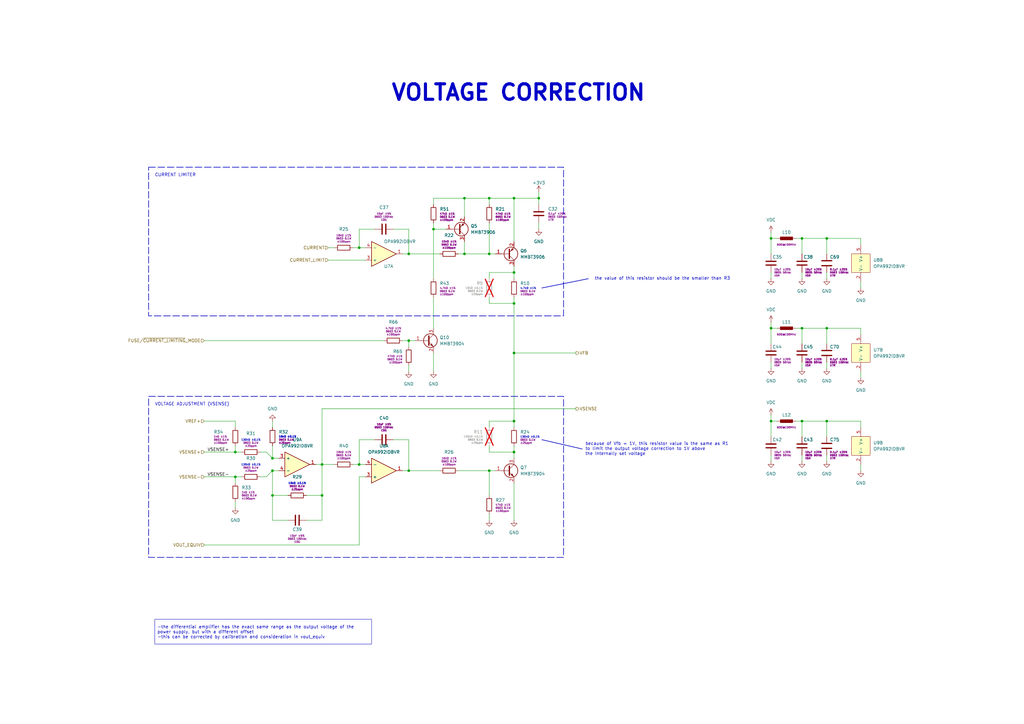
<source format=kicad_sch>
(kicad_sch (version 20250114) (generator "eeschema") (generator_version "9.0")
  (paper "A3")
  (rectangle (start 60.96 162.56) (end 231.14 228.6) (stroke (width 0.254) (type dash)))
  (rectangle (start 60.96 68.58) (end 231.14 129.54) (stroke (width 0.254) (type dash)))
  (text "VOLTAGE ADJUSTMENT (VSENSE)" (at 63.5 165.1 0) (effects (font (size 1.27 1.27)) (justify left top)))
  (text "VOLTAGE CORRECTION" (at 212.598 38.1 0) (effects (font (size 6.35 6.35) (thickness 1.27) (bold yes))))
  (text "because of Vfb = 1V, this resistor value is the same as R1\nto limit the output voltage correction to 1V above\nthe internally set voltage\n" (at 240.03 184.15 0) (effects (font (size 1.27 1.27)) (justify left)))
  (text "CURRENT LIMITER" (at 63.5 71.12 0) (effects (font (size 1.27 1.27)) (justify left top)))
  (text "the value of this resistor should be the smaller than R3" (at 243.84 114.3 0) (effects (font (size 1.27 1.27)) (justify left)))
  (text_box "-the differential amplifier has the exact same range as the output voltage of the power supply, but with a different offset\n-this can be corrected by calibration and consideration in vout_equiv" (at 63.5 254 0) (size 88.9 10.16) (margins 0.9525 0.9525 0.9525 0.9525) (effects (font (size 1.27 1.27)) (justify left)))
  (junction (at 328.93 172.72))
  (junction (at 210.82 144.78))
  (junction (at 210.82 185.42))
  (junction (at 167.64 104.14))
  (junction (at 111.76 193.04))
  (junction (at 147.32 101.6))
  (junction (at 177.8 93.98))
  (junction (at 210.82 172.72))
  (junction (at 210.82 124.46))
  (junction (at 147.32 190.5))
  (junction (at 339.09 172.72))
  (junction (at 96.52 185.42))
  (junction (at 111.76 203.2))
  (junction (at 167.64 193.04))
  (junction (at 316.23 134.62))
  (junction (at 200.66 193.04))
  (junction (at 220.98 81.28))
  (junction (at 328.93 97.79))
  (junction (at 316.23 97.79))
  (junction (at 111.76 187.96))
  (junction (at 132.08 190.5))
  (junction (at 339.09 134.62))
  (junction (at 167.64 139.7))
  (junction (at 190.5 81.28))
  (junction (at 132.08 203.2))
  (junction (at 339.09 97.79))
  (junction (at 200.66 104.14))
  (junction (at 200.66 81.28))
  (junction (at 190.5 104.14))
  (junction (at 316.23 172.72))
  (junction (at 210.82 81.28))
  (junction (at 328.93 134.62))
  (junction (at 210.82 111.76))
  (junction (at 96.52 195.58))
  (wire (pts (xy 111.76 193.04) (xy 114.3 193.04)))
  (wire (pts (xy 170.18 139.7) (xy 167.64 139.7)))
  (wire (pts (xy 339.09 97.79) (xy 339.09 104.14)))
  (wire (pts (xy 147.32 195.58) (xy 147.32 223.52)))
  (wire (pts (xy 200.66 172.72) (xy 210.82 172.72)))
  (wire (pts (xy 190.5 81.28) (xy 177.8 81.28)))
  (wire (pts (xy 200.66 182.88) (xy 200.66 185.42)))
  (wire (pts (xy 200.66 124.46) (xy 210.82 124.46)))
  (wire (pts (xy 220.98 81.28) (xy 210.82 81.28)))
  (wire (pts (xy 328.93 179.07) (xy 328.93 172.72)))
  (wire (pts (xy 210.82 81.28) (xy 200.66 81.28)))
  (wire (pts (xy 220.98 91.44) (xy 220.98 93.98)))
  (wire (pts (xy 132.08 167.64) (xy 236.22 167.64)))
  (wire (pts (xy 111.76 175.26) (xy 111.76 172.72)))
  (wire (pts (xy 132.08 190.5) (xy 129.54 190.5)))
  (wire (pts (xy 190.5 104.14) (xy 187.96 104.14)))
  (wire (pts (xy 200.66 111.76) (xy 200.66 114.3)))
  (wire (pts (xy 96.52 185.42) (xy 83.82 185.42)))
  (wire (pts (xy 328.93 186.69) (xy 328.93 189.23)))
  (wire (pts (xy 147.32 101.6) (xy 144.78 101.6)))
  (wire (pts (xy 210.82 182.88) (xy 210.82 185.42)))
  (wire (pts (xy 111.76 203.2) (xy 118.11 203.2)))
  (wire (pts (xy 83.82 172.72) (xy 96.52 172.72)))
  (wire (pts (xy 96.52 205.74) (xy 96.52 208.28)))
  (wire (pts (xy 316.23 134.62) (xy 316.23 140.97)))
  (wire (pts (xy 210.82 144.78) (xy 210.82 172.72)))
  (wire (pts (xy 167.64 104.14) (xy 165.1 104.14)))
  (wire (pts (xy 210.82 124.46) (xy 210.82 144.78)))
  (wire (pts (xy 220.98 81.28) (xy 220.98 83.82)))
  (wire (pts (xy 99.06 185.42) (xy 96.52 185.42)))
  (wire (pts (xy 200.66 193.04) (xy 200.66 203.2)))
  (wire (pts (xy 149.86 106.68) (xy 134.62 106.68)))
  (wire (pts (xy 106.68 185.42) (xy 109.22 185.42)))
  (wire (pts (xy 111.76 182.88) (xy 111.76 187.96)))
  (wire (pts (xy 339.09 186.69) (xy 339.09 189.23)))
  (polyline (pts (xy 222.25 180.34) (xy 238.76 184.15)) (stroke (width 0.254) (type solid)))
  (wire (pts (xy 111.76 213.36) (xy 111.76 203.2)))
  (wire (pts (xy 210.82 185.42) (xy 210.82 187.96)))
  (wire (pts (xy 177.8 121.92) (xy 177.8 134.62)))
  (wire (pts (xy 328.93 172.72) (xy 339.09 172.72)))
  (wire (pts (xy 353.06 152.4) (xy 353.06 154.94)))
  (wire (pts (xy 318.77 97.79) (xy 316.23 97.79)))
  (wire (pts (xy 339.09 97.79) (xy 353.06 97.79)))
  (wire (pts (xy 339.09 134.62) (xy 339.09 140.97)))
  (wire (pts (xy 114.3 187.96) (xy 111.76 187.96)))
  (wire (pts (xy 210.82 111.76) (xy 210.82 114.3)))
  (wire (pts (xy 326.39 97.79) (xy 328.93 97.79)))
  (wire (pts (xy 200.66 81.28) (xy 200.66 83.82)))
  (wire (pts (xy 153.67 180.34) (xy 147.32 180.34)))
  (wire (pts (xy 190.5 81.28) (xy 190.5 88.9)))
  (wire (pts (xy 147.32 101.6) (xy 147.32 93.98)))
  (wire (pts (xy 132.08 213.36) (xy 132.08 203.2)))
  (wire (pts (xy 328.93 134.62) (xy 339.09 134.62)))
  (wire (pts (xy 111.76 193.04) (xy 111.76 203.2)))
  (wire (pts (xy 125.73 213.36) (xy 132.08 213.36)))
  (wire (pts (xy 210.82 111.76) (xy 200.66 111.76)))
  (wire (pts (xy 326.39 172.72) (xy 328.93 172.72)))
  (wire (pts (xy 328.93 140.97) (xy 328.93 134.62)))
  (wire (pts (xy 200.66 121.92) (xy 200.66 124.46)))
  (wire (pts (xy 316.23 170.18) (xy 316.23 172.72)))
  (wire (pts (xy 167.64 104.14) (xy 180.34 104.14)))
  (wire (pts (xy 187.96 193.04) (xy 200.66 193.04)))
  (wire (pts (xy 180.34 193.04) (xy 167.64 193.04)))
  (wire (pts (xy 328.93 97.79) (xy 339.09 97.79)))
  (wire (pts (xy 144.78 190.5) (xy 147.32 190.5)))
  (wire (pts (xy 318.77 172.72) (xy 316.23 172.72)))
  (wire (pts (xy 118.11 213.36) (xy 111.76 213.36)))
  (wire (pts (xy 203.2 104.14) (xy 200.66 104.14)))
  (wire (pts (xy 200.66 91.44) (xy 200.66 104.14)))
  (polyline (pts (xy 222.25 118.11) (xy 241.3 114.3)) (stroke (width 0.254) (type solid)))
  (wire (pts (xy 339.09 172.72) (xy 353.06 172.72)))
  (wire (pts (xy 165.1 139.7) (xy 167.64 139.7)))
  (wire (pts (xy 177.8 91.44) (xy 177.8 93.98)))
  (wire (pts (xy 353.06 115.57) (xy 353.06 118.11)))
  (wire (pts (xy 339.09 111.76) (xy 339.09 114.3)))
  (wire (pts (xy 147.32 190.5) (xy 149.86 190.5)))
  (wire (pts (xy 210.82 185.42) (xy 200.66 185.42)))
  (wire (pts (xy 210.82 109.22) (xy 210.82 111.76)))
  (wire (pts (xy 167.64 139.7) (xy 167.64 142.24)))
  (wire (pts (xy 177.8 144.78) (xy 177.8 152.4)))
  (wire (pts (xy 316.23 95.25) (xy 316.23 97.79)))
  (wire (pts (xy 353.06 97.79) (xy 353.06 100.33)))
  (wire (pts (xy 134.62 101.6) (xy 137.16 101.6)))
  (wire (pts (xy 203.2 193.04) (xy 200.66 193.04)))
  (wire (pts (xy 339.09 134.62) (xy 353.06 134.62)))
  (wire (pts (xy 328.93 111.76) (xy 328.93 114.3)))
  (wire (pts (xy 147.32 195.58) (xy 149.86 195.58)))
  (wire (pts (xy 96.52 182.88) (xy 96.52 185.42)))
  (wire (pts (xy 200.66 81.28) (xy 190.5 81.28)))
  (wire (pts (xy 132.08 190.5) (xy 137.16 190.5)))
  (wire (pts (xy 177.8 93.98) (xy 177.8 114.3)))
  (wire (pts (xy 109.22 195.58) (xy 106.68 195.58)))
  (wire (pts (xy 83.82 223.52) (xy 147.32 223.52)))
  (wire (pts (xy 353.06 190.5) (xy 353.06 193.04)))
  (wire (pts (xy 125.73 203.2) (xy 132.08 203.2)))
  (wire (pts (xy 132.08 190.5) (xy 132.08 167.64)))
  (wire (pts (xy 210.82 175.26) (xy 210.82 172.72)))
  (wire (pts (xy 328.93 148.59) (xy 328.93 151.13)))
  (wire (pts (xy 316.23 132.08) (xy 316.23 134.62)))
  (wire (pts (xy 200.66 172.72) (xy 200.66 175.26)))
  (wire (pts (xy 318.77 134.62) (xy 316.23 134.62)))
  (wire (pts (xy 353.06 172.72) (xy 353.06 175.26)))
  (wire (pts (xy 328.93 104.14) (xy 328.93 97.79)))
  (wire (pts (xy 316.23 172.72) (xy 316.23 179.07)))
  (wire (pts (xy 210.82 81.28) (xy 210.82 99.06)))
  (wire (pts (xy 177.8 93.98) (xy 182.88 93.98)))
  (wire (pts (xy 200.66 210.82) (xy 200.66 213.36)))
  (wire (pts (xy 316.23 97.79) (xy 316.23 104.14)))
  (wire (pts (xy 177.8 83.82) (xy 177.8 81.28)))
  (wire (pts (xy 210.82 121.92) (xy 210.82 124.46)))
  (wire (pts (xy 147.32 93.98) (xy 153.67 93.98)))
  (wire (pts (xy 147.32 180.34) (xy 147.32 190.5)))
  (wire (pts (xy 132.08 190.5) (xy 132.08 203.2)))
  (wire (pts (xy 161.29 180.34) (xy 167.64 180.34)))
  (wire (pts (xy 109.22 195.58) (xy 111.76 193.04)))
  (wire (pts (xy 220.98 78.74) (xy 220.98 81.28)))
  (wire (pts (xy 353.06 134.62) (xy 353.06 137.16)))
  (wire (pts (xy 210.82 144.78) (xy 236.22 144.78)))
  (wire (pts (xy 111.76 187.96) (xy 109.22 185.42)))
  (wire (pts (xy 339.09 172.72) (xy 339.09 179.07)))
  (wire (pts (xy 326.39 134.62) (xy 328.93 134.62)))
  (wire (pts (xy 167.64 193.04) (xy 165.1 193.04)))
  (wire (pts (xy 200.66 104.14) (xy 190.5 104.14)))
  (wire (pts (xy 83.82 139.7) (xy 157.48 139.7)))
  (wire (pts (xy 210.82 198.12) (xy 210.82 213.36)))
  (wire (pts (xy 167.64 149.86) (xy 167.64 152.4)))
  (wire (pts (xy 167.64 93.98) (xy 167.64 104.14)))
  (wire (pts (xy 190.5 99.06) (xy 190.5 104.14)))
  (wire (pts (xy 99.06 195.58) (xy 96.52 195.58)))
  (wire (pts (xy 339.09 148.59) (xy 339.09 151.13)))
  (wire (pts (xy 96.52 195.58) (xy 96.52 198.12)))
  (wire (pts (xy 96.52 175.26) (xy 96.52 172.72)))
  (wire (pts (xy 161.29 93.98) (xy 167.64 93.98)))
  (wire (pts (xy 149.86 101.6) (xy 147.32 101.6)))
  (wire (pts (xy 316.23 148.59) (xy 316.23 151.13)))
  (wire (pts (xy 96.52 195.58) (xy 83.82 195.58)))
  (wire (pts (xy 316.23 111.76) (xy 316.23 114.3)))
  (wire (pts (xy 316.23 186.69) (xy 316.23 189.23)))
  (wire (pts (xy 167.64 180.34) (xy 167.64 193.04)))
  (label "VSENSE+" (at 93.98 185.42 180))
  (label "VSENSE-" (at 93.98 195.58 180))
  (hierarchical_label "VFB" (shape output) (at 236.22 144.78 0))
  (hierarchical_label "VSENSE-" (shape input) (at 83.82 195.58 180))
  (hierarchical_label "VSENSE" (shape output) (at 236.22 167.64 0))
  (hierarchical_label "FUSE{slash}~{CURRENT_LIMITING}_MODE" (shape input) (at 83.82 139.7 180))
  (hierarchical_label "CURRENT" (shape input) (at 134.62 101.6 180))
  (hierarchical_label "VOUT_EQUIV" (shape input) (at 83.82 223.52 180))
  (hierarchical_label "CURRENT_LIMIT" (shape input) (at 134.62 106.68 180))
  (hierarchical_label "VSENSE+" (shape input) (at 83.82 185.42 180))
  (hierarchical_label "VREF+" (shape input) (at 83.82 172.72 180))
  (symbol (lib_id "ps-ch:10kΩ 0603 0.1W ±0.1% ±25ppm/°C") (at 111.76 179.07 180) (unit 1)
    (property "Reference" "R32" (at 114.3 177.1395 0) (effects (justify right)))
    (property "Value" "10kΩ 0603 0.1W ±0.1% ±25ppm/°C" (effects (hide yes)))
    (property "Footprint" "Resistor_SMD:R_0603_1608Metric" (effects (hide yes)))
    (property "Description" "R 0603 0.1W ±0.1% ±25ppm/°C" (effects (hide yes)))
    (property "Manufacturer" "Yageo" (effects (hide yes)))
    (property "Manufacturer Part Number" "RT0603BRD0710KL" (effects (hide yes)))
    (property "DisplayValue0" "10kΩ ±0.1%" (at 114.3 179.0446 0) (effects (font (size 0.762 0.762)) (justify right)))
    (property "DisplayValue1" "0603 0.1W" (at 114.3 180.3146 0) (effects (font (size 0.762 0.762)) (justify right)))
    (property "DisplayValue2" "±25ppm" (at 114.3 181.5846 0) (effects (font (size 0.762 0.762)) (justify right)))
  )
  (symbol (lib_id "power:+3V3") (at 220.98 78.74 0) (mirror y) (unit 1)
    (property "Reference" "#PWR054" (effects (hide yes)))
    (property "Value" "+3V3" (at 220.98 75.692 0) (effects (justify bottom)))
    (property "Description" "Power symbol creates a global label with name \"+3V3\"" (effects (hide yes)))
  )
  (symbol (lib_id "ps-ch:1kΩ 0603 0.1W ±1% ±100ppm/°C") (at 96.52 179.07 0) (unit 1)
    (property "Reference" "R34" (at 87.63 177.1649 0) (effects (justify left)))
    (property "Value" "1kΩ 0603 0.1W ±1% ±100ppm/°C" (effects (hide yes)))
    (property "Footprint" "Resistor_SMD:R_0603_1608Metric" (effects (hide yes)))
    (property "Description" "R 0603 0.1W ±1% ±100ppm/°C" (effects (hide yes)))
    (property "Manufacturer" "Yageo" (effects (hide yes)))
    (property "Manufacturer Part Number" "AC0603FR-071KL" (effects (hide yes)))
    (property "DisplayValue0" "1kΩ ±1%" (at 87.63 179.07 0) (effects (font (size 0.762 0.762)) (justify left)))
    (property "DisplayValue1" "0603 0.1W" (at 87.63 180.34 0) (effects (font (size 0.762 0.762)) (justify left)))
    (property "DisplayValue2" "±100ppm" (at 87.63 181.61 0) (effects (font (size 0.762 0.762)) (justify left)))
  )
  (symbol (lib_id "power:GND") (at 111.76 172.72 0) (mirror x) (unit 1)
    (property "Reference" "#PWR059" (effects (hide yes)))
    (property "Value" "GND" (at 111.76 167.64 0))
    (property "Description" "Power symbol creates a global label with name \"GND\" , ground" (effects (hide yes)))
  )
  (symbol (lib_id "power:GND") (at 177.8 152.4 0) (unit 1)
    (property "Reference" "#PWR0108" (effects (hide yes)))
    (property "Value" "GND" (at 177.8 157.48 0))
    (property "Description" "Power symbol creates a global label with name \"GND\" , ground" (effects (hide yes)))
  )
  (symbol (lib_id "ps-ch:130kΩ 0603 0.1W ±0.1% ±25ppm/°C") (at 102.87 185.42 90) (unit 1)
    (property "Reference" "R31" (at 102.8954 177.8 90))
    (property "Value" "130kΩ 0603 0.1W ±0.1% ±25ppm/°C" (effects (hide yes)))
    (property "Footprint" "Resistor_SMD:R_0603_1608Metric" (effects (hide yes)))
    (property "Description" "R 0603 0.1W ±0.1% ±25ppm/°C" (effects (hide yes)))
    (property "Manufacturer" "Yageo" (effects (hide yes)))
    (property "Manufacturer Part Number" "RT0603BRD07130KL " (effects (hide yes)))
    (property "DisplayValue0" "130kΩ ±0.1%" (at 102.8954 180.34 90) (effects (font (size 0.762 0.762))))
    (property "DisplayValue1" "0603 0.1W" (at 102.8954 181.61 90) (effects (font (size 0.762 0.762))))
    (property "DisplayValue2" "±25ppm" (at 102.8954 182.88 90) (effects (font (size 0.762 0.762))))
  )
  (symbol (lib_id "ps-ch:130kΩ 0603 0.1W ±0.1% ±25ppm/°C") (at 210.82 179.07 0) (mirror y) (unit 1)
    (property "Reference" "R24" (at 213.36 177.1903 0) (effects (justify right)))
    (property "Value" "130kΩ 0603 0.1W ±0.1% ±25ppm/°C" (effects (hide yes)))
    (property "Footprint" "Resistor_SMD:R_0603_1608Metric" (effects (hide yes)))
    (property "Description" "R 0603 0.1W ±0.1% ±25ppm/°C" (effects (hide yes)))
    (property "Manufacturer" "Yageo" (effects (hide yes)))
    (property "Manufacturer Part Number" "RT0603BRD07130KL " (effects (hide yes)))
    (property "DisplayValue0" "130kΩ ±0.1%" (at 213.36 179.0954 0) (effects (font (size 0.762 0.762)) (justify right)))
    (property "DisplayValue1" "0603 0.1W" (at 213.36 180.3654 0) (effects (font (size 0.762 0.762)) (justify right)))
    (property "DisplayValue2" "±25ppm" (at 213.36 181.6354 0) (effects (font (size 0.762 0.762)) (justify right)))
  )
  (symbol (lib_id "Transistor_BJT:MMBT3906") (at 208.28 104.14 0) (mirror x) (unit 1)
    (property "Reference" "Q6" (at 213.36 102.8699 0) (effects (justify left)))
    (property "Value" "MMBT3906" (at 213.36 105.4099 0) (effects (justify left)))
    (property "Footprint" "Package_TO_SOT_SMD:SOT-23" (effects (hide yes)))
    (property "Datasheet" "https://www.onsemi.com/pdf/datasheet/pzt3906-d.pdf" (effects (hide yes)))
    (property "Description" "-0.2A Ic, -40V Vce, Small Signal PNP Transistor, SOT-23" (effects (hide yes)))
  )
  (symbol (lib_id "ps-ch:10μF 0805 50Vdc X5R ±20%") (at 316.23 182.88 0) (unit 1)
    (property "Reference" "C42" (at 318.77 180.34 0))
    (property "Value" "10μF 0805 50Vdc X5R ±20%" (effects (hide yes)))
    (property "Footprint" "Capacitor_SMD:C_0805_2012Metric" (effects (hide yes)))
    (property "Description" "Capacitor 0805 50Vdc X5R ±20%" (effects (hide yes)))
    (property "Manufacturer" "Murata" (effects (hide yes)))
    (property "Manufacturer Part Number" "GRM21BR61H106ME43" (effects (hide yes)))
    (property "DisplayValue0" "10μF ±20%" (at 317.5 185.42 0) (effects (font (size 0.762 0.762)) (justify left)))
    (property "DisplayValue1" "0805 50Vdc" (at 317.5 186.69 0) (effects (font (size 0.762 0.762)) (justify left)))
    (property "DisplayValue2" "X5R" (at 317.5 187.96 0) (effects (font (size 0.762 0.762)) (justify left)))
  )
  (symbol (lib_id "ps-ch:74437349015") (at 322.58 97.79 90) (unit 1)
    (property "Reference" "L10" (at 322.58 95.25 90))
    (property "Value" "60Ω@100MHz" (at 322.58 100.33 90) (effects (font (size 0.762 0.762))))
    (property "Footprint" "Inductor_SMD:L_0603_1608Metric" (effects (hide yes)))
    (property "Description" "Multilayer Power Suppression Bead" (effects (hide yes)))
    (property "Manufacturer" "Wuerth Elektronik" (effects (hide yes)))
    (property "Manufacturer Part Number" "74279228600" (effects (hide yes)))
  )
  (symbol (lib_id "ps-ch:47kΩ 0603 0.1W ±1% ±100ppm/°C") (at 167.64 146.05 0) (unit 1)
    (property "Reference" "R65" (at 165.1 144.1703 0) (effects (justify right)))
    (property "Value" "47kΩ 0603 0.1W ±1% ±100ppm/°C" (effects (hide yes)))
    (property "Footprint" "Resistor_SMD:R_0603_1608Metric" (effects (hide yes)))
    (property "Description" "R 0603 0.1W ±1% ±100ppm/°C" (effects (hide yes)))
    (property "Manufacturer" "Yageo" (effects (hide yes)))
    (property "Manufacturer Part Number" "AC0603FR-0747L" (effects (hide yes)))
    (property "DisplayValue0" "47kΩ ±1%" (at 165.1 146.0754 0) (effects (font (size 0.762 0.762)) (justify right)))
    (property "DisplayValue1" "0603 0.1W" (at 165.1 147.3454 0) (effects (font (size 0.762 0.762)) (justify right)))
    (property "DisplayValue2" "±100ppm" (at 165.1 148.6154 0) (effects (font (size 0.762 0.762)) (justify right)))
  )
  (symbol (lib_id "power:GND") (at 316.23 114.3 0) (unit 1)
    (property "Reference" "#PWR057" (effects (hide yes)))
    (property "Value" "GND" (at 316.23 119.38 0))
    (property "Description" "Power symbol creates a global label with name \"GND\" , ground" (effects (hide yes)))
  )
  (symbol (lib_id "power:GND") (at 353.06 118.11 0) (unit 1)
    (property "Reference" "#PWR062" (effects (hide yes)))
    (property "Value" "GND" (at 353.06 123.19 0))
    (property "Description" "Power symbol creates a global label with name \"GND\" , ground" (effects (hide yes)))
  )
  (symbol (lib_id "power:GND") (at 220.98 93.98 0) (mirror y) (unit 1)
    (property "Reference" "#PWR045" (effects (hide yes)))
    (property "Value" "GND" (at 220.98 99.06 0))
    (property "Description" "Power symbol creates a global label with name \"GND\" , ground" (effects (hide yes)))
  )
  (symbol (lib_id "ps-ch:OPA992IDBVR") (at 121.92 190.5 0) (unit 1)
    (property "Reference" "U9" (at 121.92 180.34 0))
    (property "Value" "OPA992IDBVR" (at 121.92 182.88 0))
    (property "Footprint" "Package_TO_SOT_SMD:SOT-23-5" (effects (hide yes)))
    (property "Datasheet" "https://www.ti.com/lit/ds/symlink/opa2992.pdf?ts=1758720881687&ref_url=https%253A%252F%252Fco.mouser.com%252F" (effects (hide yes)))
    (property "Manufacturer" "Texas Instruments" (effects (hide yes)))
    (property "Manufacturer Part Number" "OPA992IDBVR" (effects (hide yes)))
  )
  (symbol (lib_id "ps-ch:10pF 0603 100Vdc C0G ±5%") (at 121.92 213.36 90) (unit 1)
    (property "Reference" "C39" (at 121.92 217.17 90))
    (property "Value" "10pF 0603 100Vdc C0G ±5%" (effects (hide yes)))
    (property "Footprint" "Capacitor_SMD:C_0603_1608Metric" (effects (hide yes)))
    (property "Description" "Capacitor 0603 100Vdc C0G ±5%" (effects (hide yes)))
    (property "Manufacturer" "Murata" (effects (hide yes)))
    (property "Manufacturer Part Number" "GCM1885C2A100JA16" (effects (hide yes)))
    (property "DisplayValue0" "10pF ±5%" (at 121.92 219.71 90) (effects (font (size 0.762 0.762))))
    (property "DisplayValue1" "0603 100Vdc" (at 121.92 220.98 90) (effects (font (size 0.762 0.762))))
    (property "DisplayValue2" "C0G" (at 121.92 222.25 90) (effects (font (size 0.762 0.762))))
  )
  (symbol (lib_id "Transistor_BJT:MMBT3904") (at 175.26 139.7 0) (unit 1)
    (property "Reference" "Q10" (at 180.34 138.4299 0) (effects (justify left)))
    (property "Value" "MMBT3904" (at 180.34 140.9699 0) (effects (justify left)))
    (property "Footprint" "Package_TO_SOT_SMD:SOT-23" (effects (hide yes)))
    (property "Datasheet" "https://www.onsemi.com/pdf/datasheet/pzt3904-d.pdf" (effects (hide yes)))
    (property "Description" "0.2A Ic, 40V Vce, Small Signal NPN Transistor, SOT-23" (effects (hide yes)))
  )
  (symbol (lib_id "ps-ch:10pF 0603 100Vdc C0G ±5%") (at 157.48 180.34 270) (mirror x) (unit 1)
    (property "Reference" "C40" (at 157.48 171.45 90))
    (property "Value" "10pF 0603 100Vdc C0G ±5%" (effects (hide yes)))
    (property "Footprint" "Capacitor_SMD:C_0603_1608Metric" (effects (hide yes)))
    (property "Description" "Capacitor 0603 100Vdc C0G ±5%" (effects (hide yes)))
    (property "Manufacturer" "Murata" (effects (hide yes)))
    (property "Manufacturer Part Number" "GCM1885C2A100JA16" (effects (hide yes)))
    (property "DisplayValue0" "10pF ±5%" (at 157.48 173.99 90) (effects (font (size 0.762 0.762))))
    (property "DisplayValue1" "0603 100Vdc" (at 157.48 175.26 90) (effects (font (size 0.762 0.762))))
    (property "DisplayValue2" "C0G" (at 157.48 176.53 90) (effects (font (size 0.762 0.762))))
  )
  (symbol (lib_id "ps-ch:10μF 0805 50Vdc X5R ±20%") (at 316.23 144.78 0) (unit 1)
    (property "Reference" "C44" (at 318.77 142.24 0))
    (property "Value" "10μF 0805 50Vdc X5R ±20%" (effects (hide yes)))
    (property "Footprint" "Capacitor_SMD:C_0805_2012Metric" (effects (hide yes)))
    (property "Description" "Capacitor 0805 50Vdc X5R ±20%" (effects (hide yes)))
    (property "Manufacturer" "Murata" (effects (hide yes)))
    (property "Manufacturer Part Number" "GRM21BR61H106ME43" (effects (hide yes)))
    (property "DisplayValue0" "10μF ±20%" (at 317.5 147.32 0) (effects (font (size 0.762 0.762)) (justify left)))
    (property "DisplayValue1" "0805 50Vdc" (at 317.5 148.59 0) (effects (font (size 0.762 0.762)) (justify left)))
    (property "DisplayValue2" "X5R" (at 317.5 149.86 0) (effects (font (size 0.762 0.762)) (justify left)))
  )
  (symbol (lib_id "ps-ch:47kΩ 0603 0.1W ±1% ±100ppm/°C") (at 200.66 87.63 0) (mirror y) (unit 1)
    (property "Reference" "R21" (at 203.2 85.7503 0) (effects (justify right)))
    (property "Value" "47kΩ 0603 0.1W ±1% ±100ppm/°C" (effects (hide yes)))
    (property "Footprint" "Resistor_SMD:R_0603_1608Metric" (effects (hide yes)))
    (property "Description" "R 0603 0.1W ±1% ±100ppm/°C" (effects (hide yes)))
    (property "Manufacturer" "Yageo" (effects (hide yes)))
    (property "Manufacturer Part Number" "AC0603FR-0747L" (effects (hide yes)))
    (property "DisplayValue0" "47kΩ ±1%" (at 203.2 87.6554 0) (effects (font (size 0.762 0.762)) (justify right)))
    (property "DisplayValue1" "0603 0.1W" (at 203.2 88.9254 0) (effects (font (size 0.762 0.762)) (justify right)))
    (property "DisplayValue2" "±100ppm" (at 203.2 90.1954 0) (effects (font (size 0.762 0.762)) (justify right)))
  )
  (symbol (lib_id "Transistor_BJT:MMBT3906") (at 187.96 93.98 0) (mirror x) (unit 1)
    (property "Reference" "Q5" (at 193.04 92.7099 0) (effects (justify left)))
    (property "Value" "MMBT3906" (at 193.04 95.2499 0) (effects (justify left)))
    (property "Footprint" "Package_TO_SOT_SMD:SOT-23" (effects (hide yes)))
    (property "Datasheet" "https://www.onsemi.com/pdf/datasheet/pzt3906-d.pdf" (effects (hide yes)))
    (property "Description" "-0.2A Ic, -40V Vce, Small Signal PNP Transistor, SOT-23" (effects (hide yes)))
  )
  (symbol (lib_id "power:GND") (at 200.66 213.36 0) (mirror y) (unit 1)
    (property "Reference" "#PWR056" (effects (hide yes)))
    (property "Value" "GND" (at 200.66 218.44 0))
    (property "Description" "Power symbol creates a global label with name \"GND\" , ground" (effects (hide yes)))
  )
  (symbol (lib_id "ps-ch:47kΩ 0603 0.1W ±1% ±100ppm/°C") (at 177.8 87.63 0) (mirror y) (unit 1)
    (property "Reference" "R51" (at 180.34 85.7503 0) (effects (justify right)))
    (property "Value" "47kΩ 0603 0.1W ±1% ±100ppm/°C" (effects (hide yes)))
    (property "Footprint" "Resistor_SMD:R_0603_1608Metric" (effects (hide yes)))
    (property "Description" "R 0603 0.1W ±1% ±100ppm/°C" (effects (hide yes)))
    (property "Manufacturer" "Yageo" (effects (hide yes)))
    (property "Manufacturer Part Number" "AC0603FR-0747L" (effects (hide yes)))
    (property "DisplayValue0" "47kΩ ±1%" (at 180.34 87.6554 0) (effects (font (size 0.762 0.762)) (justify right)))
    (property "DisplayValue1" "0603 0.1W" (at 180.34 88.9254 0) (effects (font (size 0.762 0.762)) (justify right)))
    (property "DisplayValue2" "±100ppm" (at 180.34 90.1954 0) (effects (font (size 0.762 0.762)) (justify right)))
  )
  (symbol (lib_id "ps-ch:1kΩ 0603 0.1W ±1% ±100ppm/°C") (at 96.52 201.93 180) (unit 1)
    (property "Reference" "R33" (at 99.06 199.9995 0) (effects (justify right)))
    (property "Value" "1kΩ 0603 0.1W ±1% ±100ppm/°C" (effects (hide yes)))
    (property "Footprint" "Resistor_SMD:R_0603_1608Metric" (effects (hide yes)))
    (property "Description" "R 0603 0.1W ±1% ±100ppm/°C" (effects (hide yes)))
    (property "Manufacturer" "Yageo" (effects (hide yes)))
    (property "Manufacturer Part Number" "AC0603FR-071KL" (effects (hide yes)))
    (property "DisplayValue0" "1kΩ ±1%" (at 99.06 201.9046 0) (effects (font (size 0.762 0.762)) (justify right)))
    (property "DisplayValue1" "0603 0.1W" (at 99.06 203.1746 0) (effects (font (size 0.762 0.762)) (justify right)))
    (property "DisplayValue2" "±100ppm" (at 99.06 204.4446 0) (effects (font (size 0.762 0.762)) (justify right)))
  )
  (symbol (lib_id "power:GND") (at 328.93 189.23 0) (unit 1)
    (property "Reference" "#PWR0128" (effects (hide yes)))
    (property "Value" "GND" (at 328.93 194.31 0))
    (property "Description" "Power symbol creates a global label with name \"GND\" , ground" (effects (hide yes)))
  )
  (symbol (lib_id "power:GND") (at 353.06 193.04 0) (unit 1)
    (property "Reference" "#PWR070" (effects (hide yes)))
    (property "Value" "GND" (at 353.06 198.12 0))
    (property "Description" "Power symbol creates a global label with name \"GND\" , ground" (effects (hide yes)))
  )
  (symbol (lib_id "power:VDC") (at 316.23 170.18 0) (unit 1)
    (property "Reference" "#PWR066" (effects (hide yes)))
    (property "Value" "VDC" (at 316.23 165.1 0))
    (property "Description" "Power symbol creates a global label with name \"VDC\"" (effects (hide yes)))
  )
  (symbol (lib_id "ps-ch:10pF 0603 100Vdc C0G ±5%") (at 157.48 93.98 90) (unit 1)
    (property "Reference" "C37" (at 157.48 85.09 90))
    (property "Value" "10pF 0603 100Vdc C0G ±5%" (effects (hide yes)))
    (property "Footprint" "Capacitor_SMD:C_0603_1608Metric" (effects (hide yes)))
    (property "Description" "Capacitor 0603 100Vdc C0G ±5%" (effects (hide yes)))
    (property "Manufacturer" "Murata" (effects (hide yes)))
    (property "Manufacturer Part Number" "GCM1885C2A100JA16" (effects (hide yes)))
    (property "DisplayValue0" "10pF ±5%" (at 157.48 87.63 90) (effects (font (size 0.762 0.762))))
    (property "DisplayValue1" "0603 100Vdc" (at 157.48 88.9 90) (effects (font (size 0.762 0.762))))
    (property "DisplayValue2" "C0G" (at 157.48 90.17 90) (effects (font (size 0.762 0.762))))
  )
  (symbol (lib_id "ps-ch:10μF 0805 50Vdc X5R ±20%") (at 328.93 107.95 0) (unit 1)
    (property "Reference" "C38" (at 331.47 105.41 0))
    (property "Value" "10μF 0805 50Vdc X5R ±20%" (effects (hide yes)))
    (property "Footprint" "Capacitor_SMD:C_0805_2012Metric" (effects (hide yes)))
    (property "Description" "Capacitor 0805 50Vdc X5R ±20%" (effects (hide yes)))
    (property "Manufacturer" "Murata" (effects (hide yes)))
    (property "Manufacturer Part Number" "GRM21BR61H106ME43" (effects (hide yes)))
    (property "DisplayValue0" "10μF ±20%" (at 330.2 110.49 0) (effects (font (size 0.762 0.762)) (justify left)))
    (property "DisplayValue1" "0805 50Vdc" (at 330.2 111.76 0) (effects (font (size 0.762 0.762)) (justify left)))
    (property "DisplayValue2" "X5R" (at 330.2 113.03 0) (effects (font (size 0.762 0.762)) (justify left)))
  )
  (symbol (lib_id "power:GND") (at 339.09 114.3 0) (unit 1)
    (property "Reference" "#PWR0115" (effects (hide yes)))
    (property "Value" "GND" (at 339.09 119.38 0))
    (property "Description" "Power symbol creates a global label with name \"GND\" , ground" (effects (hide yes)))
  )
  (symbol (lib_id "ps-ch:OPA992IDBVR") (at 157.48 193.04 0) (mirror x) (unit 1)
    (property "Reference" "U8" (at 157.48 182.88 0))
    (property "Value" "OPA992IDBVR" (at 157.48 185.42 0))
    (property "Footprint" "Package_TO_SOT_SMD:SOT-23-5" (effects (hide yes)))
    (property "Datasheet" "https://www.ti.com/lit/ds/symlink/opa2992.pdf?ts=1758720881687&ref_url=https%253A%252F%252Fco.mouser.com%252F" (effects (hide yes)))
    (property "Manufacturer" "Texas Instruments" (effects (hide yes)))
    (property "Manufacturer Part Number" "OPA992IDBVR" (effects (hide yes)))
  )
  (symbol (lib_id "ps-ch:10kΩ 0603 0.1W ±0.1% ±25ppm/°C") (at 121.92 203.2 270) (unit 1)
    (property "Reference" "R29" (at 121.8946 195.58 90))
    (property "Value" "10kΩ 0603 0.1W ±0.1% ±25ppm/°C" (effects (hide yes)))
    (property "Footprint" "Resistor_SMD:R_0603_1608Metric" (effects (hide yes)))
    (property "Description" "R 0603 0.1W ±0.1% ±25ppm/°C" (effects (hide yes)))
    (property "Manufacturer" "Yageo" (effects (hide yes)))
    (property "Manufacturer Part Number" "RT0603BRD0710KL" (effects (hide yes)))
    (property "DisplayValue0" "10kΩ ±0.1%" (at 121.8946 198.12 90) (effects (font (size 0.762 0.762))))
    (property "DisplayValue1" "0603 0.1W" (at 121.8946 199.39 90) (effects (font (size 0.762 0.762))))
    (property "DisplayValue2" "±25ppm" (at 121.8946 200.66 90) (effects (font (size 0.762 0.762))))
  )
  (symbol (lib_id "power:VDC") (at 316.23 95.25 0) (unit 1)
    (property "Reference" "#PWR050" (effects (hide yes)))
    (property "Value" "VDC" (at 316.23 90.17 0))
    (property "Description" "Power symbol creates a global label with name \"VDC\"" (effects (hide yes)))
  )
  (symbol (lib_id "ps-ch:OPA992IDBVR") (at 353.06 182.88 0) (unit 2)
    (property "Reference" "U9" (at 358.14 181.6099 0) (effects (justify left)))
    (property "Value" "OPA992IDBVR" (at 358.14 184.1499 0) (effects (justify left)))
    (property "Footprint" "Package_TO_SOT_SMD:SOT-23-5" (effects (hide yes)))
    (property "Datasheet" "https://www.ti.com/lit/ds/symlink/opa2992.pdf?ts=1758720881687&ref_url=https%253A%252F%252Fco.mouser.com%252F" (effects (hide yes)))
    (property "Manufacturer" "Texas Instruments" (effects (hide yes)))
    (property "Manufacturer Part Number" "OPA992IDBVR" (effects (hide yes)))
  )
  (symbol (lib_id "power:GND") (at 339.09 189.23 0) (unit 1)
    (property "Reference" "#PWR0129" (effects (hide yes)))
    (property "Value" "GND" (at 339.09 194.31 0))
    (property "Description" "Power symbol creates a global label with name \"GND\" , ground" (effects (hide yes)))
  )
  (symbol (lib_id "power:GND") (at 316.23 189.23 0) (unit 1)
    (property "Reference" "#PWR067" (effects (hide yes)))
    (property "Value" "GND" (at 316.23 194.31 0))
    (property "Description" "Power symbol creates a global label with name \"GND\" , ground" (effects (hide yes)))
  )
  (symbol (lib_name "0.1μF 0603 100Vdc X7R ±20%_1") (lib_id "ps-ch:0.1μF 0603 100Vdc X7R ±20%") (at 220.98 87.63 0) (mirror y) (unit 1)
    (property "Reference" "C32" (at 224.79 85.7249 0) (effects (justify right)))
    (property "Value" "0.1μF 0603 100Vdc X7R ±20%" (effects (hide yes)))
    (property "Footprint" "Capacitor_SMD:C_0603_1608Metric" (effects (hide yes)))
    (property "Description" "Capacitor 0603 100Vdc X7R ±20%" (effects (hide yes)))
    (property "Manufacturer" "Murata" (effects (hide yes)))
    (property "Manufacturer Part Number" "GRM188R72A104MA35" (effects (hide yes)))
    (property "DisplayValue0" "0.1μF ±20%" (at 224.79 87.63 0) (effects (font (size 0.762 0.762)) (justify right)))
    (property "DisplayValue1" "0603 100Vdc" (at 224.79 88.9 0) (effects (font (size 0.762 0.762)) (justify right)))
    (property "DisplayValue2" "X7R" (at 224.79 90.17 0) (effects (font (size 0.762 0.762)) (justify right)))
  )
  (symbol (lib_id "ps-ch:4.7kΩ 0603 0.1W ±1% ±100ppm/°C") (at 161.29 139.7 90) (unit 1)
    (property "Reference" "R66" (at 161.3154 132.08 90))
    (property "Value" "4.7kΩ 0603 0.1W ±1% ±100ppm/°C" (effects (hide yes)))
    (property "Footprint" "Resistor_SMD:R_0603_1608Metric" (effects (hide yes)))
    (property "Description" "R 0603 0.1W ±1% ±100ppm/°C" (effects (hide yes)))
    (property "Manufacturer" "Yageo" (effects (hide yes)))
    (property "Manufacturer Part Number" "AC0603FR-074k7L" (effects (hide yes)))
    (property "DisplayValue0" "4.7kΩ ±1%" (at 161.3154 134.62 90) (effects (font (size 0.762 0.762))))
    (property "DisplayValue1" "0603 0.1W" (at 161.3154 135.89 90) (effects (font (size 0.762 0.762))))
    (property "DisplayValue2" "±100ppm" (at 161.3154 137.16 90) (effects (font (size 0.762 0.762))))
  )
  (symbol (lib_id "power:GND") (at 353.06 154.94 0) (unit 1)
    (property "Reference" "#PWR071" (effects (hide yes)))
    (property "Value" "GND" (at 353.06 160.02 0))
    (property "Description" "Power symbol creates a global label with name \"GND\" , ground" (effects (hide yes)))
  )
  (symbol (lib_id "ps-ch:10kΩ 0603 0.1W ±1% ±100ppm/°C") (at 184.15 193.04 90) (mirror x) (unit 1)
    (property "Reference" "R26" (at 184.1754 185.42 90))
    (property "Value" "10kΩ 0603 0.1W ±1% ±100ppm/°C" (effects (hide yes)))
    (property "Footprint" "Resistor_SMD:R_0603_1608Metric" (effects (hide yes)))
    (property "Description" "R 0603 0.1W ±1% ±100ppm/°C" (effects (hide yes)))
    (property "Manufacturer" "Yageo" (effects (hide yes)))
    (property "Manufacturer Part Number" "AC0603FR-0710KL" (effects (hide yes)))
    (property "DisplayValue0" "10kΩ ±1%" (at 184.1754 187.96 90) (effects (font (size 0.762 0.762))))
    (property "DisplayValue1" "0603 0.1W" (at 184.1754 189.23 90) (effects (font (size 0.762 0.762))))
    (property "DisplayValue2" "±100ppm" (at 184.1754 190.5 90) (effects (font (size 0.762 0.762))))
  )
  (symbol (lib_id "power:GND") (at 167.64 152.4 0) (unit 1)
    (property "Reference" "#PWR0102" (effects (hide yes)))
    (property "Value" "GND" (at 167.64 157.48 0))
    (property "Description" "Power symbol creates a global label with name \"GND\" , ground" (effects (hide yes)))
  )
  (symbol (lib_id "power:GND") (at 339.09 151.13 0) (unit 1)
    (property "Reference" "#PWR0124" (effects (hide yes)))
    (property "Value" "GND" (at 339.09 156.21 0))
    (property "Description" "Power symbol creates a global label with name \"GND\" , ground" (effects (hide yes)))
  )
  (symbol (lib_id "ps-ch:10kΩ 0603 0.1W ±0.1% ±25ppm/°C") (at 200.66 118.11 0) (mirror x) (unit 1) (dnp yes)
    (property "Reference" "R5" (at 198.12 116.1795 0) (effects (justify right)))
    (property "Value" "10kΩ 0603 0.1W ±0.1% ±25ppm/°C" (effects (hide yes)))
    (property "Footprint" "Resistor_SMD:R_0603_1608Metric" (effects (hide yes)))
    (property "Description" "R 0603 0.1W ±0.1% ±25ppm/°C" (effects (hide yes)))
    (property "Manufacturer" "Yageo" (effects (hide yes)))
    (property "Manufacturer Part Number" "RT0603BRD0710KL" (effects (hide yes)))
    (property "DisplayValue0" "10kΩ ±0.1%" (at 198.12 118.0846 0) (effects (font (size 0.762 0.762)) (justify right)))
    (property "DisplayValue1" "0603 0.1W" (at 198.12 119.3546 0) (effects (font (size 0.762 0.762)) (justify right)))
    (property "DisplayValue2" "±25ppm" (at 198.12 120.6246 0) (effects (font (size 0.762 0.762)) (justify right)))
  )
  (symbol (lib_id "ps-ch:130kΩ 0603 0.1W ±0.1% ±25ppm/°C") (at 200.66 179.07 0) (mirror x) (unit 1) (dnp yes)
    (property "Reference" "R11" (at 198.12 177.1395 0) (effects (justify right)))
    (property "Value" "130kΩ 0603 0.1W ±0.1% ±25ppm/°C" (effects (hide yes)))
    (property "Footprint" "Resistor_SMD:R_0603_1608Metric" (effects (hide yes)))
    (property "Description" "R 0603 0.1W ±0.1% ±25ppm/°C" (effects (hide yes)))
    (property "Manufacturer" "Yageo" (effects (hide yes)))
    (property "Manufacturer Part Number" "RT0603BRD07130KL " (effects (hide yes)))
    (property "DisplayValue0" "130kΩ ±0.1%" (at 198.12 179.0446 0) (effects (font (size 0.762 0.762)) (justify right)))
    (property "DisplayValue1" "0603 0.1W" (at 198.12 180.3146 0) (effects (font (size 0.762 0.762)) (justify right)))
    (property "DisplayValue2" "±25ppm" (at 198.12 181.5846 0) (effects (font (size 0.762 0.762)) (justify right)))
  )
  (symbol (lib_id "ps-ch:130kΩ 0603 0.1W ±0.1% ±25ppm/°C") (at 102.87 195.58 90) (unit 1)
    (property "Reference" "R30" (at 102.8954 187.96 90))
    (property "Value" "130kΩ 0603 0.1W ±0.1% ±25ppm/°C" (effects (hide yes)))
    (property "Footprint" "Resistor_SMD:R_0603_1608Metric" (effects (hide yes)))
    (property "Description" "R 0603 0.1W ±0.1% ±25ppm/°C" (effects (hide yes)))
    (property "Manufacturer" "Yageo" (effects (hide yes)))
    (property "Manufacturer Part Number" "RT0603BRD07130KL " (effects (hide yes)))
    (property "DisplayValue0" "130kΩ ±0.1%" (at 102.8954 190.5 90) (effects (font (size 0.762 0.762))))
    (property "DisplayValue1" "0603 0.1W" (at 102.8954 191.77 90) (effects (font (size 0.762 0.762))))
    (property "DisplayValue2" "±25ppm" (at 102.8954 193.04 90) (effects (font (size 0.762 0.762))))
  )
  (symbol (lib_id "ps-ch:4.7kΩ 0603 0.1W ±1% ±100ppm/°C") (at 177.8 118.11 0) (mirror y) (unit 1)
    (property "Reference" "R43" (at 180.34 116.2303 0) (effects (justify right)))
    (property "Value" "4.7kΩ 0603 0.1W ±1% ±100ppm/°C" (effects (hide yes)))
    (property "Footprint" "Resistor_SMD:R_0603_1608Metric" (effects (hide yes)))
    (property "Description" "R 0603 0.1W ±1% ±100ppm/°C" (effects (hide yes)))
    (property "Manufacturer" "Yageo" (effects (hide yes)))
    (property "Manufacturer Part Number" "AC0603FR-074k7L" (effects (hide yes)))
    (property "DisplayValue0" "4.7kΩ ±1%" (at 180.34 118.1354 0) (effects (font (size 0.762 0.762)) (justify right)))
    (property "DisplayValue1" "0603 0.1W" (at 180.34 119.4054 0) (effects (font (size 0.762 0.762)) (justify right)))
    (property "DisplayValue2" "±100ppm" (at 180.34 120.6754 0) (effects (font (size 0.762 0.762)) (justify right)))
  )
  (symbol (lib_id "ps-ch:OPA992IDBVR") (at 157.48 104.14 0) (mirror x) (unit 1)
    (property "Reference" "U7" (at 157.48 109.22 0) (effects (justify left)))
    (property "Value" "OPA992IDBVR" (at 157.48 99.06 0) (effects (justify left)))
    (property "Footprint" "Package_TO_SOT_SMD:SOT-23-5" (effects (hide yes)))
    (property "Datasheet" "https://www.ti.com/lit/ds/symlink/opa2992.pdf?ts=1758720881687&ref_url=https%253A%252F%252Fco.mouser.com%252F" (effects (hide yes)))
    (property "Manufacturer" "Texas Instruments" (effects (hide yes)))
    (property "Manufacturer Part Number" "OPA992IDBVR" (effects (hide yes)))
  )
  (symbol (lib_id "ps-ch:0.1μF 0603 100Vdc X7R ±20%") (at 339.09 182.88 0) (unit 1)
    (property "Reference" "C75" (at 340.36 180.34 0) (effects (justify left)))
    (property "Value" "0.1μF 0603 100Vdc X7R ±20%" (effects (hide yes)))
    (property "Footprint" "Capacitor_SMD:C_0603_1608Metric" (effects (hide yes)))
    (property "Description" "Capacitor 0603 100Vdc X7R ±20%" (effects (hide yes)))
    (property "Manufacturer" "Murata" (effects (hide yes)))
    (property "Manufacturer Part Number" "GRM188R72A104MA35" (effects (hide yes)))
    (property "DisplayValue0" "0.1μF ±20%" (at 340.36 185.42 0) (effects (font (size 0.762 0.762)) (justify left)))
    (property "DisplayValue1" "0603 100Vdc" (at 340.36 186.69 0) (effects (font (size 0.762 0.762)) (justify left)))
    (property "DisplayValue2" "X7R" (at 340.36 187.96 0) (effects (font (size 0.762 0.762)) (justify left)))
  )
  (symbol (lib_id "power:GND") (at 210.82 213.36 0) (mirror y) (unit 1)
    (property "Reference" "#PWR055" (effects (hide yes)))
    (property "Value" "GND" (at 210.82 218.44 0))
    (property "Description" "Power symbol creates a global label with name \"GND\" , ground" (effects (hide yes)))
  )
  (symbol (lib_id "ps-ch:0.1μF 0603 100Vdc X7R ±20%") (at 339.09 107.95 0) (unit 1)
    (property "Reference" "C69" (at 340.36 105.41 0) (effects (justify left)))
    (property "Value" "0.1μF 0603 100Vdc X7R ±20%" (effects (hide yes)))
    (property "Footprint" "Capacitor_SMD:C_0603_1608Metric" (effects (hide yes)))
    (property "Description" "Capacitor 0603 100Vdc X7R ±20%" (effects (hide yes)))
    (property "Manufacturer" "Murata" (effects (hide yes)))
    (property "Manufacturer Part Number" "GRM188R72A104MA35" (effects (hide yes)))
    (property "DisplayValue0" "0.1μF ±20%" (at 340.36 110.49 0) (effects (font (size 0.762 0.762)) (justify left)))
    (property "DisplayValue1" "0603 100Vdc" (at 340.36 111.76 0) (effects (font (size 0.762 0.762)) (justify left)))
    (property "DisplayValue2" "X7R" (at 340.36 113.03 0) (effects (font (size 0.762 0.762)) (justify left)))
  )
  (symbol (lib_id "ps-ch:74437349015") (at 322.58 172.72 90) (unit 1)
    (property "Reference" "L12" (at 322.58 170.18 90))
    (property "Value" "60Ω@100MHz" (at 322.58 175.26 90) (effects (font (size 0.762 0.762))))
    (property "Footprint" "Inductor_SMD:L_0603_1608Metric" (effects (hide yes)))
    (property "Description" "Multilayer Power Suppression Bead" (effects (hide yes)))
    (property "Manufacturer" "Wuerth Elektronik" (effects (hide yes)))
    (property "Manufacturer Part Number" "74279228600" (effects (hide yes)))
  )
  (symbol (lib_id "power:VDC") (at 316.23 132.08 0) (unit 1)
    (property "Reference" "#PWR068" (effects (hide yes)))
    (property "Value" "VDC" (at 316.23 127 0))
    (property "Description" "Power symbol creates a global label with name \"VDC\"" (effects (hide yes)))
  )
  (symbol (lib_id "ps-ch:10kΩ 0603 0.1W ±1% ±100ppm/°C") (at 140.97 190.5 90) (mirror x) (unit 1)
    (property "Reference" "R40" (at 140.9954 182.88 90))
    (property "Value" "10kΩ 0603 0.1W ±1% ±100ppm/°C" (effects (hide yes)))
    (property "Footprint" "Resistor_SMD:R_0603_1608Metric" (effects (hide yes)))
    (property "Description" "R 0603 0.1W ±1% ±100ppm/°C" (effects (hide yes)))
    (property "Manufacturer" "Yageo" (effects (hide yes)))
    (property "Manufacturer Part Number" "AC0603FR-0710KL" (effects (hide yes)))
    (property "DisplayValue0" "10kΩ ±1%" (at 140.9954 185.42 90) (effects (font (size 0.762 0.762))))
    (property "DisplayValue1" "0603 0.1W" (at 140.9954 186.69 90) (effects (font (size 0.762 0.762))))
    (property "DisplayValue2" "±100ppm" (at 140.9954 187.96 90) (effects (font (size 0.762 0.762))))
  )
  (symbol (lib_id "power:GND") (at 96.52 208.28 0) (mirror y) (unit 1)
    (property "Reference" "#PWR058" (effects (hide yes)))
    (property "Value" "GND" (at 96.52 213.36 0))
    (property "Description" "Power symbol creates a global label with name \"GND\" , ground" (effects (hide yes)))
  )
  (symbol (lib_id "ps-ch:10kΩ 0603 0.1W ±1% ±100ppm/°C") (at 184.15 104.14 90) (mirror x) (unit 1)
    (property "Reference" "R22" (at 184.1754 96.52 90))
    (property "Value" "10kΩ 0603 0.1W ±1% ±100ppm/°C" (effects (hide yes)))
    (property "Footprint" "Resistor_SMD:R_0603_1608Metric" (effects (hide yes)))
    (property "Description" "R 0603 0.1W ±1% ±100ppm/°C" (effects (hide yes)))
    (property "Manufacturer" "Yageo" (effects (hide yes)))
    (property "Manufacturer Part Number" "AC0603FR-0710KL" (effects (hide yes)))
    (property "DisplayValue0" "10kΩ ±1%" (at 184.1754 99.06 90) (effects (font (size 0.762 0.762))))
    (property "DisplayValue1" "0603 0.1W" (at 184.1754 100.33 90) (effects (font (size 0.762 0.762))))
    (property "DisplayValue2" "±100ppm" (at 184.1754 101.6 90) (effects (font (size 0.762 0.762))))
  )
  (symbol (lib_id "power:GND") (at 328.93 114.3 0) (unit 1)
    (property "Reference" "#PWR0109" (effects (hide yes)))
    (property "Value" "GND" (at 328.93 119.38 0))
    (property "Description" "Power symbol creates a global label with name \"GND\" , ground" (effects (hide yes)))
  )
  (symbol (lib_id "ps-ch:0.1μF 0603 100Vdc X7R ±20%") (at 339.09 144.78 0) (unit 1)
    (property "Reference" "C70" (at 340.36 142.24 0) (effects (justify left)))
    (property "Value" "0.1μF 0603 100Vdc X7R ±20%" (effects (hide yes)))
    (property "Footprint" "Capacitor_SMD:C_0603_1608Metric" (effects (hide yes)))
    (property "Description" "Capacitor 0603 100Vdc X7R ±20%" (effects (hide yes)))
    (property "Manufacturer" "Murata" (effects (hide yes)))
    (property "Manufacturer Part Number" "GRM188R72A104MA35" (effects (hide yes)))
    (property "DisplayValue0" "0.1μF ±20%" (at 340.36 147.32 0) (effects (font (size 0.762 0.762)) (justify left)))
    (property "DisplayValue1" "0603 100Vdc" (at 340.36 148.59 0) (effects (font (size 0.762 0.762)) (justify left)))
    (property "DisplayValue2" "X7R" (at 340.36 149.86 0) (effects (font (size 0.762 0.762)) (justify left)))
  )
  (symbol (lib_id "ps-ch:10μF 0805 50Vdc X5R ±20%") (at 328.93 144.78 0) (unit 1)
    (property "Reference" "C45" (at 331.47 142.24 0))
    (property "Value" "10μF 0805 50Vdc X5R ±20%" (effects (hide yes)))
    (property "Footprint" "Capacitor_SMD:C_0805_2012Metric" (effects (hide yes)))
    (property "Description" "Capacitor 0805 50Vdc X5R ±20%" (effects (hide yes)))
    (property "Manufacturer" "Murata" (effects (hide yes)))
    (property "Manufacturer Part Number" "GRM21BR61H106ME43" (effects (hide yes)))
    (property "DisplayValue0" "10μF ±20%" (at 330.2 147.32 0) (effects (font (size 0.762 0.762)) (justify left)))
    (property "DisplayValue1" "0805 50Vdc" (at 330.2 148.59 0) (effects (font (size 0.762 0.762)) (justify left)))
    (property "DisplayValue2" "X5R" (at 330.2 149.86 0) (effects (font (size 0.762 0.762)) (justify left)))
  )
  (symbol (lib_id "ps-ch:74437349015") (at 322.58 134.62 90) (unit 1)
    (property "Reference" "L11" (at 322.58 132.08 90))
    (property "Value" "60Ω@100MHz" (at 322.58 137.16 90) (effects (font (size 0.762 0.762))))
    (property "Footprint" "Inductor_SMD:L_0603_1608Metric" (effects (hide yes)))
    (property "Description" "Multilayer Power Suppression Bead" (effects (hide yes)))
    (property "Manufacturer" "Wuerth Elektronik" (effects (hide yes)))
    (property "Manufacturer Part Number" "74279228600" (effects (hide yes)))
  )
  (symbol (lib_id "power:GND") (at 316.23 151.13 0) (unit 1)
    (property "Reference" "#PWR069" (effects (hide yes)))
    (property "Value" "GND" (at 316.23 156.21 0))
    (property "Description" "Power symbol creates a global label with name \"GND\" , ground" (effects (hide yes)))
  )
  (symbol (lib_id "ps-ch:OPA992IDBVR") (at 353.06 144.78 0) (unit 2)
    (property "Reference" "U7" (at 358.14 143.5099 0) (effects (justify left)))
    (property "Value" "OPA992IDBVR" (at 358.14 146.0499 0) (effects (justify left)))
    (property "Footprint" "Package_TO_SOT_SMD:SOT-23-5" (effects (hide yes)))
    (property "Datasheet" "https://www.ti.com/lit/ds/symlink/opa2992.pdf?ts=1758720881687&ref_url=https%253A%252F%252Fco.mouser.com%252F" (effects (hide yes)))
    (property "Manufacturer" "Texas Instruments" (effects (hide yes)))
    (property "Manufacturer Part Number" "OPA992IDBVR" (effects (hide yes)))
  )
  (symbol (lib_id "ps-ch:OPA992IDBVR") (at 353.06 107.95 0) (unit 2)
    (property "Reference" "U8" (at 358.14 106.6799 0) (effects (justify left)))
    (property "Value" "OPA992IDBVR" (at 358.14 109.2199 0) (effects (justify left)))
    (property "Footprint" "Package_TO_SOT_SMD:SOT-23-5" (effects (hide yes)))
    (property "Datasheet" "https://www.ti.com/lit/ds/symlink/opa2992.pdf?ts=1758720881687&ref_url=https%253A%252F%252Fco.mouser.com%252F" (effects (hide yes)))
    (property "Manufacturer" "Texas Instruments" (effects (hide yes)))
    (property "Manufacturer Part Number" "OPA992IDBVR" (effects (hide yes)))
  )
  (symbol (lib_id "Transistor_BJT:MMBT3904") (at 208.28 193.04 0) (unit 1)
    (property "Reference" "Q7" (at 213.36 191.7699 0) (effects (justify left)))
    (property "Value" "MMBT3904" (at 213.36 194.3099 0) (effects (justify left)))
    (property "Footprint" "Package_TO_SOT_SMD:SOT-23" (effects (hide yes)))
    (property "Datasheet" "https://www.onsemi.com/pdf/datasheet/pzt3904-d.pdf" (effects (hide yes)))
    (property "Description" "0.2A Ic, 40V Vce, Small Signal NPN Transistor, SOT-23" (effects (hide yes)))
  )
  (symbol (lib_id "ps-ch:4.7kΩ 0603 0.1W ±1% ±100ppm/°C") (at 210.82 118.11 0) (mirror y) (unit 1)
    (property "Reference" "R10" (at 213.36 116.2303 0) (effects (justify right)))
    (property "Value" "4.7kΩ 0603 0.1W ±1% ±100ppm/°C" (effects (hide yes)))
    (property "Footprint" "Resistor_SMD:R_0603_1608Metric" (effects (hide yes)))
    (property "Description" "R 0603 0.1W ±1% ±100ppm/°C" (effects (hide yes)))
    (property "Manufacturer" "Yageo" (effects (hide yes)))
    (property "Manufacturer Part Number" "AC0603FR-074k7L" (effects (hide yes)))
    (property "DisplayValue0" "4.7kΩ ±1%" (at 213.36 118.1354 0) (effects (font (size 0.762 0.762)) (justify right)))
    (property "DisplayValue1" "0603 0.1W" (at 213.36 119.4054 0) (effects (font (size 0.762 0.762)) (justify right)))
    (property "DisplayValue2" "±100ppm" (at 213.36 120.6754 0) (effects (font (size 0.762 0.762)) (justify right)))
  )
  (symbol (lib_id "ps-ch:10kΩ 0603 0.1W ±1% ±100ppm/°C") (at 140.97 101.6 90) (unit 1)
    (property "Reference" "R25" (at 140.9954 93.98 90))
    (property "Value" "10kΩ 0603 0.1W ±1% ±100ppm/°C" (effects (hide yes)))
    (property "Footprint" "Resistor_SMD:R_0603_1608Metric" (effects (hide yes)))
    (property "Description" "R 0603 0.1W ±1% ±100ppm/°C" (effects (hide yes)))
    (property "Manufacturer" "Yageo" (effects (hide yes)))
    (property "Manufacturer Part Number" "AC0603FR-0710KL" (effects (hide yes)))
    (property "DisplayValue0" "10kΩ ±1%" (at 140.9954 96.52 90) (effects (font (size 0.762 0.762))))
    (property "DisplayValue1" "0603 0.1W" (at 140.9954 97.79 90) (effects (font (size 0.762 0.762))))
    (property "DisplayValue2" "±100ppm" (at 140.9954 99.06 90) (effects (font (size 0.762 0.762))))
  )
  (symbol (lib_id "ps-ch:10μF 0805 50Vdc X5R ±20%") (at 328.93 182.88 0) (unit 1)
    (property "Reference" "C43" (at 331.47 180.34 0))
    (property "Value" "10μF 0805 50Vdc X5R ±20%" (effects (hide yes)))
    (property "Footprint" "Capacitor_SMD:C_0805_2012Metric" (effects (hide yes)))
    (property "Description" "Capacitor 0805 50Vdc X5R ±20%" (effects (hide yes)))
    (property "Manufacturer" "Murata" (effects (hide yes)))
    (property "Manufacturer Part Number" "GRM21BR61H106ME43" (effects (hide yes)))
    (property "DisplayValue0" "10μF ±20%" (at 330.2 185.42 0) (effects (font (size 0.762 0.762)) (justify left)))
    (property "DisplayValue1" "0805 50Vdc" (at 330.2 186.69 0) (effects (font (size 0.762 0.762)) (justify left)))
    (property "DisplayValue2" "X5R" (at 330.2 187.96 0) (effects (font (size 0.762 0.762)) (justify left)))
  )
  (symbol (lib_id "ps-ch:10μF 0805 50Vdc X5R ±20%") (at 316.23 107.95 0) (unit 1)
    (property "Reference" "C35" (at 318.77 105.41 0))
    (property "Value" "10μF 0805 50Vdc X5R ±20%" (effects (hide yes)))
    (property "Footprint" "Capacitor_SMD:C_0805_2012Metric" (effects (hide yes)))
    (property "Description" "Capacitor 0805 50Vdc X5R ±20%" (effects (hide yes)))
    (property "Manufacturer" "Murata" (effects (hide yes)))
    (property "Manufacturer Part Number" "GRM21BR61H106ME43" (effects (hide yes)))
    (property "DisplayValue0" "10μF ±20%" (at 317.5 110.49 0) (effects (font (size 0.762 0.762)) (justify left)))
    (property "DisplayValue1" "0805 50Vdc" (at 317.5 111.76 0) (effects (font (size 0.762 0.762)) (justify left)))
    (property "DisplayValue2" "X5R" (at 317.5 113.03 0) (effects (font (size 0.762 0.762)) (justify left)))
  )
  (symbol (lib_id "power:GND") (at 328.93 151.13 0) (unit 1)
    (property "Reference" "#PWR0119" (effects (hide yes)))
    (property "Value" "GND" (at 328.93 156.21 0))
    (property "Description" "Power symbol creates a global label with name \"GND\" , ground" (effects (hide yes)))
  )
  (symbol (lib_id "ps-ch:47kΩ 0603 0.1W ±1% ±100ppm/°C") (at 200.66 207.01 0) (mirror y) (unit 1)
    (property "Reference" "R27" (at 203.2 205.1303 0) (effects (justify right)))
    (property "Value" "47kΩ 0603 0.1W ±1% ±100ppm/°C" (effects (hide yes)))
    (property "Footprint" "Resistor_SMD:R_0603_1608Metric" (effects (hide yes)))
    (property "Description" "R 0603 0.1W ±1% ±100ppm/°C" (effects (hide yes)))
    (property "Manufacturer" "Yageo" (effects (hide yes)))
    (property "Manufacturer Part Number" "AC0603FR-0747L" (effects (hide yes)))
    (property "DisplayValue0" "47kΩ ±1%" (at 203.2 207.0354 0) (effects (font (size 0.762 0.762)) (justify right)))
    (property "DisplayValue1" "0603 0.1W" (at 203.2 208.3054 0) (effects (font (size 0.762 0.762)) (justify right)))
    (property "DisplayValue2" "±100ppm" (at 203.2 209.5754 0) (effects (font (size 0.762 0.762)) (justify right)))
  )
)
</source>
